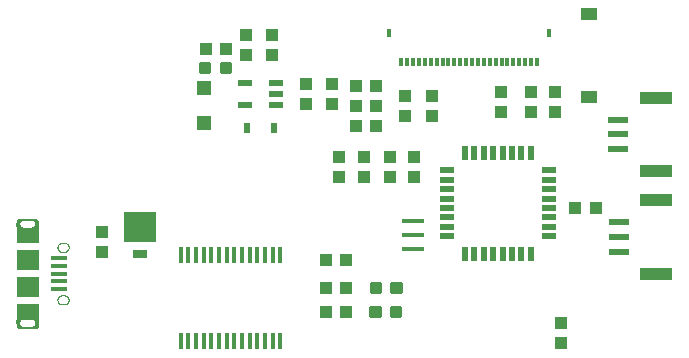
<source format=gbr>
G04 EAGLE Gerber RS-274X export*
G75*
%MOMM*%
%FSLAX34Y34*%
%LPD*%
%INSolderpaste Top*%
%IPPOS*%
%AMOC8*
5,1,8,0,0,1.08239X$1,22.5*%
G01*
%ADD10R,1.000000X1.100000*%
%ADD11R,1.100000X1.000000*%
%ADD12C,0.300000*%
%ADD13R,0.630000X0.830000*%
%ADD14R,1.300000X1.300000*%
%ADD15R,2.700000X1.000000*%
%ADD16R,1.700000X0.600000*%
%ADD17R,1.200000X0.550000*%
%ADD18R,0.300000X0.800000*%
%ADD19R,0.400000X0.800000*%
%ADD20R,1.270000X0.558800*%
%ADD21R,0.558800X1.270000*%
%ADD22R,1.900000X0.400000*%
%ADD23R,1.400000X1.000000*%
%ADD24R,0.348000X1.397000*%
%ADD25C,0.200000*%
%ADD26C,0.100000*%
%ADD27R,1.350000X0.400000*%
%ADD28R,1.900000X1.175000*%
%ADD29R,1.900000X1.800000*%
%ADD30R,2.667000X2.540000*%
%ADD31R,1.270000X0.762000*%


D10*
X113030Y265693D03*
X113030Y282693D03*
X90805Y265693D03*
X90805Y282693D03*
D11*
X183905Y240157D03*
X200905Y240157D03*
X183905Y223012D03*
X200905Y223012D03*
X183905Y205867D03*
X200905Y205867D03*
D10*
X226060Y231258D03*
X226060Y214258D03*
D12*
X70675Y251643D02*
X70675Y258643D01*
X77675Y258643D01*
X77675Y251643D01*
X70675Y251643D01*
X70675Y254493D02*
X77675Y254493D01*
X77675Y257343D02*
X70675Y257343D01*
X53135Y258643D02*
X53135Y251643D01*
X53135Y258643D02*
X60135Y258643D01*
X60135Y251643D01*
X53135Y251643D01*
X53135Y254493D02*
X60135Y254493D01*
X60135Y257343D02*
X53135Y257343D01*
D13*
X115005Y204343D03*
X92005Y204343D03*
D14*
X55880Y238393D03*
X55880Y208393D03*
D10*
X141605Y241418D03*
X141605Y224418D03*
D11*
X56905Y271018D03*
X73905Y271018D03*
D10*
X163830Y224418D03*
X163830Y241418D03*
X248285Y214258D03*
X248285Y231258D03*
D15*
X438620Y81073D03*
X438620Y143073D03*
D16*
X406620Y99573D03*
X406620Y112073D03*
X406620Y124573D03*
D17*
X116506Y223418D03*
X116506Y232918D03*
X116506Y242418D03*
X90504Y242418D03*
X90504Y223418D03*
D18*
X337535Y260033D03*
X332535Y260033D03*
X327535Y260033D03*
X322535Y260033D03*
X317535Y260033D03*
X312535Y260033D03*
X307535Y260033D03*
X302535Y260033D03*
X297535Y260033D03*
X292535Y260033D03*
X287535Y260033D03*
X282535Y260033D03*
X277535Y260033D03*
X272535Y260033D03*
X267535Y260033D03*
X262535Y260033D03*
X257535Y260033D03*
X252535Y260033D03*
X247535Y260033D03*
X242535Y260033D03*
X237535Y260033D03*
X232535Y260033D03*
X227535Y260033D03*
X222535Y260033D03*
D19*
X347535Y285033D03*
X212535Y285033D03*
D15*
X438112Y167941D03*
X438112Y229941D03*
D16*
X406112Y186441D03*
X406112Y198941D03*
X406112Y211441D03*
D20*
X261493Y168589D03*
X261493Y160589D03*
X261493Y152589D03*
X261493Y144589D03*
X261493Y136589D03*
X261493Y128589D03*
X261493Y120589D03*
X261493Y112589D03*
D21*
X276419Y97663D03*
X284419Y97663D03*
X292419Y97663D03*
X300419Y97663D03*
X308419Y97663D03*
X316419Y97663D03*
X324419Y97663D03*
X332419Y97663D03*
D20*
X347345Y112589D03*
X347345Y120589D03*
X347345Y128589D03*
X347345Y136589D03*
X347345Y144589D03*
X347345Y152589D03*
X347345Y160589D03*
X347345Y168589D03*
D21*
X332419Y183515D03*
X324419Y183515D03*
X316419Y183515D03*
X308419Y183515D03*
X300419Y183515D03*
X292419Y183515D03*
X284419Y183515D03*
X276419Y183515D03*
D22*
X232189Y101568D03*
X232189Y113568D03*
X232189Y125568D03*
D11*
X370087Y136398D03*
X387087Y136398D03*
D10*
X170180Y162696D03*
X170180Y179696D03*
X191135Y162696D03*
X191135Y179696D03*
D11*
X353060Y217687D03*
X353060Y234687D03*
D23*
X381269Y300562D03*
X381269Y230562D03*
D11*
X233680Y162696D03*
X233680Y179696D03*
X212852Y162823D03*
X212852Y179823D03*
X357505Y22234D03*
X357505Y39234D03*
X332486Y234560D03*
X332486Y217560D03*
X306832Y234814D03*
X306832Y217814D03*
D24*
X120355Y23765D03*
X113855Y23765D03*
X107355Y23765D03*
X100855Y23765D03*
X94355Y23765D03*
X87855Y23765D03*
X81355Y23765D03*
X68355Y23765D03*
X74855Y23765D03*
X61855Y23765D03*
X55355Y23765D03*
X48855Y23765D03*
X42355Y23765D03*
X35855Y23765D03*
X120355Y96885D03*
X113855Y96885D03*
X107355Y96885D03*
X100855Y96885D03*
X94355Y96885D03*
X87855Y96885D03*
X81355Y96885D03*
X74855Y96885D03*
X68355Y96885D03*
X61855Y96885D03*
X55355Y96885D03*
X48855Y96885D03*
X42355Y96885D03*
X35855Y96885D03*
D11*
X159013Y92202D03*
X176013Y92202D03*
D10*
X175886Y68707D03*
X158886Y68707D03*
X175886Y48260D03*
X158886Y48260D03*
D12*
X204534Y65334D02*
X204534Y72334D01*
X204534Y65334D02*
X197534Y65334D01*
X197534Y72334D01*
X204534Y72334D01*
X204534Y68184D02*
X197534Y68184D01*
X197534Y71034D02*
X204534Y71034D01*
X222074Y72334D02*
X222074Y65334D01*
X215074Y65334D01*
X215074Y72334D01*
X222074Y72334D01*
X222074Y68184D02*
X215074Y68184D01*
X215074Y71034D02*
X222074Y71034D01*
X204407Y51760D02*
X204407Y44760D01*
X197407Y44760D01*
X197407Y51760D01*
X204407Y51760D01*
X204407Y47610D02*
X197407Y47610D01*
X197407Y50460D02*
X204407Y50460D01*
X221947Y51760D02*
X221947Y44760D01*
X214947Y44760D01*
X214947Y51760D01*
X221947Y51760D01*
X221947Y47610D02*
X214947Y47610D01*
X214947Y50460D02*
X221947Y50460D01*
X-85726Y122776D02*
X-85728Y122643D01*
X-85734Y122509D01*
X-85744Y122376D01*
X-85758Y122244D01*
X-85775Y122112D01*
X-85797Y121980D01*
X-85822Y121849D01*
X-85852Y121719D01*
X-85885Y121590D01*
X-85922Y121462D01*
X-85963Y121335D01*
X-86008Y121209D01*
X-86056Y121085D01*
X-86108Y120962D01*
X-86163Y120841D01*
X-86223Y120721D01*
X-86285Y120603D01*
X-86351Y120488D01*
X-86421Y120374D01*
X-86494Y120262D01*
X-86570Y120153D01*
X-86649Y120045D01*
X-86732Y119941D01*
X-86817Y119838D01*
X-86906Y119739D01*
X-86997Y119642D01*
X-87092Y119547D01*
X-87189Y119456D01*
X-87288Y119367D01*
X-87391Y119282D01*
X-87495Y119199D01*
X-87603Y119120D01*
X-87712Y119044D01*
X-87824Y118971D01*
X-87938Y118901D01*
X-88053Y118835D01*
X-88171Y118773D01*
X-88291Y118713D01*
X-88412Y118658D01*
X-88535Y118606D01*
X-88659Y118558D01*
X-88785Y118513D01*
X-88912Y118472D01*
X-89040Y118435D01*
X-89169Y118402D01*
X-89299Y118372D01*
X-89430Y118347D01*
X-89562Y118325D01*
X-89694Y118308D01*
X-89826Y118294D01*
X-89959Y118284D01*
X-90093Y118278D01*
X-90226Y118276D01*
X-97226Y118276D01*
X-97359Y118278D01*
X-97493Y118284D01*
X-97626Y118294D01*
X-97758Y118308D01*
X-97890Y118325D01*
X-98022Y118347D01*
X-98153Y118372D01*
X-98283Y118402D01*
X-98412Y118435D01*
X-98540Y118472D01*
X-98667Y118513D01*
X-98793Y118558D01*
X-98917Y118606D01*
X-99040Y118658D01*
X-99161Y118713D01*
X-99281Y118773D01*
X-99399Y118835D01*
X-99514Y118901D01*
X-99628Y118971D01*
X-99740Y119044D01*
X-99849Y119120D01*
X-99957Y119199D01*
X-100061Y119282D01*
X-100164Y119367D01*
X-100263Y119456D01*
X-100360Y119547D01*
X-100455Y119642D01*
X-100546Y119739D01*
X-100635Y119838D01*
X-100720Y119941D01*
X-100803Y120045D01*
X-100882Y120153D01*
X-100958Y120262D01*
X-101031Y120374D01*
X-101101Y120488D01*
X-101167Y120603D01*
X-101229Y120721D01*
X-101289Y120841D01*
X-101344Y120962D01*
X-101396Y121085D01*
X-101444Y121209D01*
X-101489Y121335D01*
X-101530Y121462D01*
X-101567Y121590D01*
X-101600Y121719D01*
X-101630Y121849D01*
X-101655Y121980D01*
X-101677Y122112D01*
X-101694Y122244D01*
X-101708Y122376D01*
X-101718Y122509D01*
X-101724Y122643D01*
X-101726Y122776D01*
D25*
X-101226Y122776D02*
X-101224Y122902D01*
X-101218Y123027D01*
X-101208Y123152D01*
X-101194Y123277D01*
X-101177Y123402D01*
X-101155Y123526D01*
X-101130Y123649D01*
X-101100Y123771D01*
X-101067Y123892D01*
X-101030Y124012D01*
X-100990Y124131D01*
X-100945Y124248D01*
X-100897Y124365D01*
X-100845Y124479D01*
X-100790Y124592D01*
X-100731Y124703D01*
X-100669Y124812D01*
X-100603Y124919D01*
X-100534Y125024D01*
X-100462Y125127D01*
X-100387Y125228D01*
X-100308Y125326D01*
X-100226Y125421D01*
X-100142Y125514D01*
X-100054Y125604D01*
X-99964Y125692D01*
X-99871Y125776D01*
X-99776Y125858D01*
X-99678Y125937D01*
X-99577Y126012D01*
X-99474Y126084D01*
X-99369Y126153D01*
X-99262Y126219D01*
X-99153Y126281D01*
X-99042Y126340D01*
X-98929Y126395D01*
X-98815Y126447D01*
X-98698Y126495D01*
X-98581Y126540D01*
X-98462Y126580D01*
X-98342Y126617D01*
X-98221Y126650D01*
X-98099Y126680D01*
X-97976Y126705D01*
X-97852Y126727D01*
X-97727Y126744D01*
X-97602Y126758D01*
X-97477Y126768D01*
X-97352Y126774D01*
X-97226Y126776D01*
X-90226Y126776D01*
X-90100Y126774D01*
X-89975Y126768D01*
X-89850Y126758D01*
X-89725Y126744D01*
X-89600Y126727D01*
X-89476Y126705D01*
X-89353Y126680D01*
X-89231Y126650D01*
X-89110Y126617D01*
X-88990Y126580D01*
X-88871Y126540D01*
X-88754Y126495D01*
X-88637Y126447D01*
X-88523Y126395D01*
X-88410Y126340D01*
X-88299Y126281D01*
X-88190Y126219D01*
X-88083Y126153D01*
X-87978Y126084D01*
X-87875Y126012D01*
X-87774Y125937D01*
X-87676Y125858D01*
X-87581Y125776D01*
X-87488Y125692D01*
X-87398Y125604D01*
X-87310Y125514D01*
X-87226Y125421D01*
X-87144Y125326D01*
X-87065Y125228D01*
X-86990Y125127D01*
X-86918Y125024D01*
X-86849Y124919D01*
X-86783Y124812D01*
X-86721Y124703D01*
X-86662Y124592D01*
X-86607Y124479D01*
X-86555Y124365D01*
X-86507Y124248D01*
X-86462Y124131D01*
X-86422Y124012D01*
X-86385Y123892D01*
X-86352Y123771D01*
X-86322Y123649D01*
X-86297Y123526D01*
X-86275Y123402D01*
X-86258Y123277D01*
X-86244Y123152D01*
X-86234Y123027D01*
X-86228Y122902D01*
X-86226Y122776D01*
X-85226Y125276D02*
X-85226Y117776D01*
X-85226Y125276D02*
X-85228Y125352D01*
X-85234Y125428D01*
X-85243Y125503D01*
X-85257Y125578D01*
X-85274Y125652D01*
X-85295Y125725D01*
X-85319Y125797D01*
X-85348Y125868D01*
X-85379Y125937D01*
X-85414Y126004D01*
X-85453Y126069D01*
X-85495Y126133D01*
X-85540Y126194D01*
X-85588Y126253D01*
X-85639Y126309D01*
X-85693Y126363D01*
X-85749Y126414D01*
X-85808Y126462D01*
X-85869Y126507D01*
X-85933Y126549D01*
X-85998Y126588D01*
X-86065Y126623D01*
X-86134Y126654D01*
X-86205Y126683D01*
X-86277Y126707D01*
X-86350Y126728D01*
X-86424Y126745D01*
X-86499Y126759D01*
X-86574Y126768D01*
X-86650Y126774D01*
X-86726Y126776D01*
X-100726Y126776D01*
X-100802Y126774D01*
X-100878Y126768D01*
X-100953Y126759D01*
X-101028Y126745D01*
X-101102Y126728D01*
X-101175Y126707D01*
X-101247Y126683D01*
X-101318Y126654D01*
X-101387Y126623D01*
X-101454Y126588D01*
X-101519Y126549D01*
X-101583Y126507D01*
X-101644Y126462D01*
X-101703Y126414D01*
X-101759Y126363D01*
X-101813Y126309D01*
X-101864Y126253D01*
X-101912Y126194D01*
X-101957Y126133D01*
X-101999Y126069D01*
X-102038Y126004D01*
X-102073Y125937D01*
X-102104Y125868D01*
X-102133Y125797D01*
X-102157Y125725D01*
X-102178Y125652D01*
X-102195Y125578D01*
X-102209Y125503D01*
X-102218Y125428D01*
X-102224Y125352D01*
X-102226Y125276D01*
X-102226Y117776D01*
X-85226Y117776D01*
D26*
X-62726Y99526D02*
X-62606Y99528D01*
X-62486Y99534D01*
X-62366Y99543D01*
X-62246Y99557D01*
X-62128Y99574D01*
X-62009Y99595D01*
X-61892Y99620D01*
X-61775Y99649D01*
X-61659Y99681D01*
X-61544Y99717D01*
X-61431Y99757D01*
X-61319Y99800D01*
X-61208Y99847D01*
X-61099Y99897D01*
X-60991Y99951D01*
X-60886Y100009D01*
X-60782Y100069D01*
X-60680Y100133D01*
X-60581Y100200D01*
X-60483Y100271D01*
X-60388Y100344D01*
X-60295Y100421D01*
X-60205Y100500D01*
X-60117Y100582D01*
X-60032Y100667D01*
X-59950Y100755D01*
X-59871Y100845D01*
X-59794Y100938D01*
X-59721Y101033D01*
X-59650Y101131D01*
X-59583Y101230D01*
X-59519Y101332D01*
X-59459Y101436D01*
X-59401Y101541D01*
X-59347Y101649D01*
X-59297Y101758D01*
X-59250Y101869D01*
X-59207Y101981D01*
X-59167Y102094D01*
X-59131Y102209D01*
X-59099Y102325D01*
X-59070Y102442D01*
X-59045Y102559D01*
X-59024Y102678D01*
X-59007Y102796D01*
X-58993Y102916D01*
X-58984Y103036D01*
X-58978Y103156D01*
X-58976Y103276D01*
X-62726Y99526D02*
X-64726Y99526D01*
X-64846Y99528D01*
X-64966Y99534D01*
X-65086Y99543D01*
X-65206Y99557D01*
X-65324Y99574D01*
X-65443Y99595D01*
X-65560Y99620D01*
X-65677Y99649D01*
X-65793Y99681D01*
X-65908Y99717D01*
X-66021Y99757D01*
X-66133Y99800D01*
X-66244Y99847D01*
X-66353Y99897D01*
X-66461Y99951D01*
X-66566Y100009D01*
X-66670Y100069D01*
X-66772Y100133D01*
X-66871Y100200D01*
X-66969Y100271D01*
X-67064Y100344D01*
X-67157Y100421D01*
X-67247Y100500D01*
X-67335Y100582D01*
X-67420Y100667D01*
X-67502Y100755D01*
X-67581Y100845D01*
X-67658Y100938D01*
X-67731Y101033D01*
X-67802Y101131D01*
X-67869Y101230D01*
X-67933Y101332D01*
X-67993Y101436D01*
X-68051Y101541D01*
X-68105Y101649D01*
X-68155Y101758D01*
X-68202Y101869D01*
X-68245Y101981D01*
X-68285Y102094D01*
X-68321Y102209D01*
X-68353Y102325D01*
X-68382Y102442D01*
X-68407Y102559D01*
X-68428Y102678D01*
X-68445Y102796D01*
X-68459Y102916D01*
X-68468Y103036D01*
X-68474Y103156D01*
X-68476Y103276D01*
X-68474Y103396D01*
X-68468Y103516D01*
X-68459Y103636D01*
X-68445Y103756D01*
X-68428Y103874D01*
X-68407Y103993D01*
X-68382Y104110D01*
X-68353Y104227D01*
X-68321Y104343D01*
X-68285Y104458D01*
X-68245Y104571D01*
X-68202Y104683D01*
X-68155Y104794D01*
X-68105Y104903D01*
X-68051Y105011D01*
X-67993Y105116D01*
X-67933Y105220D01*
X-67869Y105322D01*
X-67802Y105421D01*
X-67731Y105519D01*
X-67658Y105614D01*
X-67581Y105707D01*
X-67502Y105797D01*
X-67420Y105885D01*
X-67335Y105970D01*
X-67247Y106052D01*
X-67157Y106131D01*
X-67064Y106208D01*
X-66969Y106281D01*
X-66871Y106352D01*
X-66772Y106419D01*
X-66670Y106483D01*
X-66566Y106543D01*
X-66461Y106601D01*
X-66353Y106655D01*
X-66244Y106705D01*
X-66133Y106752D01*
X-66021Y106795D01*
X-65908Y106835D01*
X-65793Y106871D01*
X-65677Y106903D01*
X-65560Y106932D01*
X-65443Y106957D01*
X-65324Y106978D01*
X-65206Y106995D01*
X-65086Y107009D01*
X-64966Y107018D01*
X-64846Y107024D01*
X-64726Y107026D01*
X-62726Y107026D01*
X-62606Y107024D01*
X-62486Y107018D01*
X-62366Y107009D01*
X-62246Y106995D01*
X-62128Y106978D01*
X-62009Y106957D01*
X-61892Y106932D01*
X-61775Y106903D01*
X-61659Y106871D01*
X-61544Y106835D01*
X-61431Y106795D01*
X-61319Y106752D01*
X-61208Y106705D01*
X-61099Y106655D01*
X-60991Y106601D01*
X-60886Y106543D01*
X-60782Y106483D01*
X-60680Y106419D01*
X-60581Y106352D01*
X-60483Y106281D01*
X-60388Y106208D01*
X-60295Y106131D01*
X-60205Y106052D01*
X-60117Y105970D01*
X-60032Y105885D01*
X-59950Y105797D01*
X-59871Y105707D01*
X-59794Y105614D01*
X-59721Y105519D01*
X-59650Y105421D01*
X-59583Y105322D01*
X-59519Y105220D01*
X-59459Y105116D01*
X-59401Y105011D01*
X-59347Y104903D01*
X-59297Y104794D01*
X-59250Y104683D01*
X-59207Y104571D01*
X-59167Y104458D01*
X-59131Y104343D01*
X-59099Y104227D01*
X-59070Y104110D01*
X-59045Y103993D01*
X-59024Y103874D01*
X-59007Y103756D01*
X-58993Y103636D01*
X-58984Y103516D01*
X-58978Y103396D01*
X-58976Y103276D01*
X-58976Y58776D02*
X-58978Y58656D01*
X-58984Y58536D01*
X-58993Y58416D01*
X-59007Y58296D01*
X-59024Y58178D01*
X-59045Y58059D01*
X-59070Y57942D01*
X-59099Y57825D01*
X-59131Y57709D01*
X-59167Y57594D01*
X-59207Y57481D01*
X-59250Y57369D01*
X-59297Y57258D01*
X-59347Y57149D01*
X-59401Y57041D01*
X-59459Y56936D01*
X-59519Y56832D01*
X-59583Y56730D01*
X-59650Y56631D01*
X-59721Y56533D01*
X-59794Y56438D01*
X-59871Y56345D01*
X-59950Y56255D01*
X-60032Y56167D01*
X-60117Y56082D01*
X-60205Y56000D01*
X-60295Y55921D01*
X-60388Y55844D01*
X-60483Y55771D01*
X-60581Y55700D01*
X-60680Y55633D01*
X-60782Y55569D01*
X-60886Y55509D01*
X-60991Y55451D01*
X-61099Y55397D01*
X-61208Y55347D01*
X-61319Y55300D01*
X-61431Y55257D01*
X-61544Y55217D01*
X-61659Y55181D01*
X-61775Y55149D01*
X-61892Y55120D01*
X-62009Y55095D01*
X-62128Y55074D01*
X-62246Y55057D01*
X-62366Y55043D01*
X-62486Y55034D01*
X-62606Y55028D01*
X-62726Y55026D01*
X-64726Y55026D01*
X-64846Y55028D01*
X-64966Y55034D01*
X-65086Y55043D01*
X-65206Y55057D01*
X-65324Y55074D01*
X-65443Y55095D01*
X-65560Y55120D01*
X-65677Y55149D01*
X-65793Y55181D01*
X-65908Y55217D01*
X-66021Y55257D01*
X-66133Y55300D01*
X-66244Y55347D01*
X-66353Y55397D01*
X-66461Y55451D01*
X-66566Y55509D01*
X-66670Y55569D01*
X-66772Y55633D01*
X-66871Y55700D01*
X-66969Y55771D01*
X-67064Y55844D01*
X-67157Y55921D01*
X-67247Y56000D01*
X-67335Y56082D01*
X-67420Y56167D01*
X-67502Y56255D01*
X-67581Y56345D01*
X-67658Y56438D01*
X-67731Y56533D01*
X-67802Y56631D01*
X-67869Y56730D01*
X-67933Y56832D01*
X-67993Y56936D01*
X-68051Y57041D01*
X-68105Y57149D01*
X-68155Y57258D01*
X-68202Y57369D01*
X-68245Y57481D01*
X-68285Y57594D01*
X-68321Y57709D01*
X-68353Y57825D01*
X-68382Y57942D01*
X-68407Y58059D01*
X-68428Y58178D01*
X-68445Y58296D01*
X-68459Y58416D01*
X-68468Y58536D01*
X-68474Y58656D01*
X-68476Y58776D01*
X-68474Y58896D01*
X-68468Y59016D01*
X-68459Y59136D01*
X-68445Y59256D01*
X-68428Y59374D01*
X-68407Y59493D01*
X-68382Y59610D01*
X-68353Y59727D01*
X-68321Y59843D01*
X-68285Y59958D01*
X-68245Y60071D01*
X-68202Y60183D01*
X-68155Y60294D01*
X-68105Y60403D01*
X-68051Y60511D01*
X-67993Y60616D01*
X-67933Y60720D01*
X-67869Y60822D01*
X-67802Y60921D01*
X-67731Y61019D01*
X-67658Y61114D01*
X-67581Y61207D01*
X-67502Y61297D01*
X-67420Y61385D01*
X-67335Y61470D01*
X-67247Y61552D01*
X-67157Y61631D01*
X-67064Y61708D01*
X-66969Y61781D01*
X-66871Y61852D01*
X-66772Y61919D01*
X-66670Y61983D01*
X-66566Y62043D01*
X-66461Y62101D01*
X-66353Y62155D01*
X-66244Y62205D01*
X-66133Y62252D01*
X-66021Y62295D01*
X-65908Y62335D01*
X-65793Y62371D01*
X-65677Y62403D01*
X-65560Y62432D01*
X-65443Y62457D01*
X-65324Y62478D01*
X-65206Y62495D01*
X-65086Y62509D01*
X-64966Y62518D01*
X-64846Y62524D01*
X-64726Y62526D01*
X-62726Y62526D01*
X-62606Y62524D01*
X-62486Y62518D01*
X-62366Y62509D01*
X-62246Y62495D01*
X-62128Y62478D01*
X-62009Y62457D01*
X-61892Y62432D01*
X-61775Y62403D01*
X-61659Y62371D01*
X-61544Y62335D01*
X-61431Y62295D01*
X-61319Y62252D01*
X-61208Y62205D01*
X-61099Y62155D01*
X-60991Y62101D01*
X-60886Y62043D01*
X-60782Y61983D01*
X-60680Y61919D01*
X-60581Y61852D01*
X-60483Y61781D01*
X-60388Y61708D01*
X-60295Y61631D01*
X-60205Y61552D01*
X-60117Y61470D01*
X-60032Y61385D01*
X-59950Y61297D01*
X-59871Y61207D01*
X-59794Y61114D01*
X-59721Y61019D01*
X-59650Y60921D01*
X-59583Y60822D01*
X-59519Y60720D01*
X-59459Y60616D01*
X-59401Y60511D01*
X-59347Y60403D01*
X-59297Y60294D01*
X-59250Y60183D01*
X-59207Y60071D01*
X-59167Y59958D01*
X-59131Y59843D01*
X-59099Y59727D01*
X-59070Y59610D01*
X-59045Y59493D01*
X-59024Y59374D01*
X-59007Y59256D01*
X-58993Y59136D01*
X-58984Y59016D01*
X-58978Y58896D01*
X-58976Y58776D01*
D12*
X-85726Y39276D02*
X-85728Y39409D01*
X-85734Y39543D01*
X-85744Y39676D01*
X-85758Y39808D01*
X-85775Y39940D01*
X-85797Y40072D01*
X-85822Y40203D01*
X-85852Y40333D01*
X-85885Y40462D01*
X-85922Y40590D01*
X-85963Y40717D01*
X-86008Y40843D01*
X-86056Y40967D01*
X-86108Y41090D01*
X-86163Y41211D01*
X-86223Y41331D01*
X-86285Y41449D01*
X-86351Y41564D01*
X-86421Y41678D01*
X-86494Y41790D01*
X-86570Y41899D01*
X-86649Y42007D01*
X-86732Y42111D01*
X-86817Y42214D01*
X-86906Y42313D01*
X-86997Y42410D01*
X-87092Y42505D01*
X-87189Y42596D01*
X-87288Y42685D01*
X-87391Y42770D01*
X-87495Y42853D01*
X-87603Y42932D01*
X-87712Y43008D01*
X-87824Y43081D01*
X-87938Y43151D01*
X-88053Y43217D01*
X-88171Y43279D01*
X-88291Y43339D01*
X-88412Y43394D01*
X-88535Y43446D01*
X-88659Y43494D01*
X-88785Y43539D01*
X-88912Y43580D01*
X-89040Y43617D01*
X-89169Y43650D01*
X-89299Y43680D01*
X-89430Y43705D01*
X-89562Y43727D01*
X-89694Y43744D01*
X-89826Y43758D01*
X-89959Y43768D01*
X-90093Y43774D01*
X-90226Y43776D01*
X-97226Y43776D01*
X-97359Y43774D01*
X-97493Y43768D01*
X-97626Y43758D01*
X-97758Y43744D01*
X-97890Y43727D01*
X-98022Y43705D01*
X-98153Y43680D01*
X-98283Y43650D01*
X-98412Y43617D01*
X-98540Y43580D01*
X-98667Y43539D01*
X-98793Y43494D01*
X-98917Y43446D01*
X-99040Y43394D01*
X-99161Y43339D01*
X-99281Y43279D01*
X-99399Y43217D01*
X-99514Y43151D01*
X-99628Y43081D01*
X-99740Y43008D01*
X-99849Y42932D01*
X-99957Y42853D01*
X-100061Y42770D01*
X-100164Y42685D01*
X-100263Y42596D01*
X-100360Y42505D01*
X-100455Y42410D01*
X-100546Y42313D01*
X-100635Y42214D01*
X-100720Y42111D01*
X-100803Y42007D01*
X-100882Y41899D01*
X-100958Y41790D01*
X-101031Y41678D01*
X-101101Y41564D01*
X-101167Y41449D01*
X-101229Y41331D01*
X-101289Y41211D01*
X-101344Y41090D01*
X-101396Y40967D01*
X-101444Y40843D01*
X-101489Y40717D01*
X-101530Y40590D01*
X-101567Y40462D01*
X-101600Y40333D01*
X-101630Y40203D01*
X-101655Y40072D01*
X-101677Y39940D01*
X-101694Y39808D01*
X-101708Y39676D01*
X-101718Y39543D01*
X-101724Y39409D01*
X-101726Y39276D01*
D25*
X-101226Y39276D02*
X-101224Y39150D01*
X-101218Y39025D01*
X-101208Y38900D01*
X-101194Y38775D01*
X-101177Y38650D01*
X-101155Y38526D01*
X-101130Y38403D01*
X-101100Y38281D01*
X-101067Y38160D01*
X-101030Y38040D01*
X-100990Y37921D01*
X-100945Y37804D01*
X-100897Y37687D01*
X-100845Y37573D01*
X-100790Y37460D01*
X-100731Y37349D01*
X-100669Y37240D01*
X-100603Y37133D01*
X-100534Y37028D01*
X-100462Y36925D01*
X-100387Y36824D01*
X-100308Y36726D01*
X-100226Y36631D01*
X-100142Y36538D01*
X-100054Y36448D01*
X-99964Y36360D01*
X-99871Y36276D01*
X-99776Y36194D01*
X-99678Y36115D01*
X-99577Y36040D01*
X-99474Y35968D01*
X-99369Y35899D01*
X-99262Y35833D01*
X-99153Y35771D01*
X-99042Y35712D01*
X-98929Y35657D01*
X-98815Y35605D01*
X-98698Y35557D01*
X-98581Y35512D01*
X-98462Y35472D01*
X-98342Y35435D01*
X-98221Y35402D01*
X-98099Y35372D01*
X-97976Y35347D01*
X-97852Y35325D01*
X-97727Y35308D01*
X-97602Y35294D01*
X-97477Y35284D01*
X-97352Y35278D01*
X-97226Y35276D01*
X-90226Y35276D01*
X-90100Y35278D01*
X-89975Y35284D01*
X-89850Y35294D01*
X-89725Y35308D01*
X-89600Y35325D01*
X-89476Y35347D01*
X-89353Y35372D01*
X-89231Y35402D01*
X-89110Y35435D01*
X-88990Y35472D01*
X-88871Y35512D01*
X-88754Y35557D01*
X-88637Y35605D01*
X-88523Y35657D01*
X-88410Y35712D01*
X-88299Y35771D01*
X-88190Y35833D01*
X-88083Y35899D01*
X-87978Y35968D01*
X-87875Y36040D01*
X-87774Y36115D01*
X-87676Y36194D01*
X-87581Y36276D01*
X-87488Y36360D01*
X-87398Y36448D01*
X-87310Y36538D01*
X-87226Y36631D01*
X-87144Y36726D01*
X-87065Y36824D01*
X-86990Y36925D01*
X-86918Y37028D01*
X-86849Y37133D01*
X-86783Y37240D01*
X-86721Y37349D01*
X-86662Y37460D01*
X-86607Y37573D01*
X-86555Y37687D01*
X-86507Y37804D01*
X-86462Y37921D01*
X-86422Y38040D01*
X-86385Y38160D01*
X-86352Y38281D01*
X-86322Y38403D01*
X-86297Y38526D01*
X-86275Y38650D01*
X-86258Y38775D01*
X-86244Y38900D01*
X-86234Y39025D01*
X-86228Y39150D01*
X-86226Y39276D01*
X-85226Y36776D02*
X-85226Y44276D01*
X-85226Y36776D02*
X-85228Y36700D01*
X-85234Y36624D01*
X-85243Y36549D01*
X-85257Y36474D01*
X-85274Y36400D01*
X-85295Y36327D01*
X-85319Y36255D01*
X-85348Y36184D01*
X-85379Y36115D01*
X-85414Y36048D01*
X-85453Y35983D01*
X-85495Y35919D01*
X-85540Y35858D01*
X-85588Y35799D01*
X-85639Y35743D01*
X-85693Y35689D01*
X-85749Y35638D01*
X-85808Y35590D01*
X-85869Y35545D01*
X-85933Y35503D01*
X-85998Y35464D01*
X-86065Y35429D01*
X-86134Y35398D01*
X-86205Y35369D01*
X-86277Y35345D01*
X-86350Y35324D01*
X-86424Y35307D01*
X-86499Y35293D01*
X-86574Y35284D01*
X-86650Y35278D01*
X-86726Y35276D01*
X-100726Y35276D01*
X-100802Y35278D01*
X-100878Y35284D01*
X-100953Y35293D01*
X-101028Y35307D01*
X-101102Y35324D01*
X-101175Y35345D01*
X-101247Y35369D01*
X-101318Y35398D01*
X-101387Y35429D01*
X-101454Y35464D01*
X-101519Y35503D01*
X-101583Y35545D01*
X-101644Y35590D01*
X-101703Y35638D01*
X-101759Y35689D01*
X-101813Y35743D01*
X-101864Y35799D01*
X-101912Y35858D01*
X-101957Y35919D01*
X-101999Y35983D01*
X-102038Y36048D01*
X-102073Y36115D01*
X-102104Y36184D01*
X-102133Y36255D01*
X-102157Y36327D01*
X-102178Y36400D01*
X-102195Y36474D01*
X-102209Y36549D01*
X-102218Y36624D01*
X-102224Y36700D01*
X-102226Y36776D01*
X-102226Y44276D01*
X-85226Y44276D01*
D27*
X-66976Y81026D03*
X-66976Y74526D03*
X-66976Y68026D03*
X-66976Y87526D03*
X-66976Y94026D03*
D28*
X-93726Y112894D03*
D29*
X-93726Y69526D03*
X-93726Y92526D03*
D28*
X-93726Y49159D03*
D30*
X1397Y120523D03*
D31*
X1448Y97485D03*
D10*
X-30480Y99069D03*
X-30480Y116069D03*
M02*

</source>
